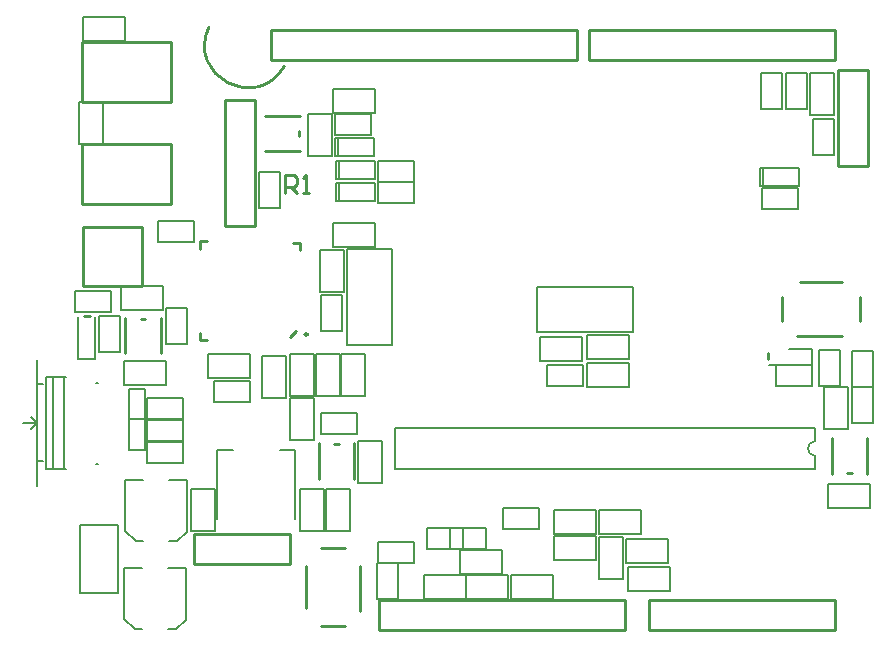
<source format=gto>
G04*
G04 #@! TF.GenerationSoftware,Altium Limited,Altium Designer,20.0.13 (296)*
G04*
G04 Layer_Color=65535*
%FSLAX44Y44*%
%MOMM*%
G71*
G01*
G75*
%ADD10C,0.2540*%
%ADD11C,0.2000*%
%ADD12C,0.2032*%
D10*
X119773Y523214D02*
G03*
X183577Y490000I32627J-15214D01*
G01*
X203530Y263170D02*
G03*
X203530Y263170I-1270J0D01*
G01*
X172720Y520700D02*
X431800D01*
X172720Y495300D02*
Y520700D01*
Y495300D02*
X431800D01*
Y520700D01*
X264160Y12700D02*
Y38100D01*
X472440D01*
Y12700D02*
Y38100D01*
X264160Y12700D02*
X472440D01*
X650240Y495300D02*
Y520700D01*
X441960Y495300D02*
X650240D01*
X441960D02*
Y520700D01*
X650240D01*
X492760Y12700D02*
X650240D01*
Y38100D01*
X492760D02*
X650240D01*
X492760Y12700D02*
Y38100D01*
X167000Y448000D02*
X182000D01*
X197000D01*
X167000Y418000D02*
X182000D01*
X197000D01*
X196000Y433000D02*
Y435000D01*
Y431000D02*
Y435000D01*
X677000Y160000D02*
Y175000D01*
Y145000D02*
Y160000D01*
X647000D02*
Y175000D01*
Y145000D02*
Y160000D01*
X662000Y146000D02*
X664000D01*
X660000D02*
X664000D01*
X213000Y141000D02*
Y156000D01*
Y171000D01*
X243000Y141000D02*
Y156000D01*
Y171000D01*
X226000Y170000D02*
X228000D01*
X226000D02*
X230000D01*
X49000Y247000D02*
Y262000D01*
Y277000D01*
X79000Y247000D02*
Y262000D01*
Y277000D01*
X62000Y276000D02*
X64000D01*
X62000D02*
X66000D01*
X197180Y334290D02*
Y338100D01*
Y340640D01*
X190830D02*
X197180D01*
X112090Y335560D02*
Y339370D01*
Y341910D01*
X118440D01*
X112090Y260630D02*
Y264440D01*
Y258090D02*
Y260630D01*
Y258090D02*
X118440D01*
X188290Y260630D02*
X193370Y265710D01*
X593000Y242000D02*
Y247000D01*
X14000Y279000D02*
X19000D01*
X12700Y373380D02*
Y424180D01*
X87630D01*
Y373380D02*
Y424180D01*
X12700Y373380D02*
X87630D01*
X12700Y459740D02*
Y510540D01*
X87630D01*
Y459740D02*
Y510540D01*
X12700Y459740D02*
X87630D01*
X12954Y354190D02*
X63500D01*
X12954Y304152D02*
Y354190D01*
Y304152D02*
X63500D01*
Y354190D01*
X133300Y461240D02*
X158700D01*
Y354560D02*
Y461240D01*
X133300Y354560D02*
X158700D01*
X133300D02*
Y461240D01*
X652300Y405360D02*
Y486640D01*
Y405360D02*
X677700D01*
Y486640D01*
X652300D02*
X677700D01*
X107360Y68300D02*
X188640D01*
Y93700D01*
X107360D02*
X188640D01*
X107360Y68300D02*
Y93700D01*
X671040Y273980D02*
Y294300D01*
X605000Y273980D02*
Y294300D01*
X617700Y261280D02*
X655800D01*
X620240Y307000D02*
X655800D01*
X214700Y82040D02*
X235020D01*
X214700Y16000D02*
X235020D01*
X247720Y28700D02*
Y66800D01*
X202000Y31240D02*
Y66800D01*
X183843Y382383D02*
Y397617D01*
X191461D01*
X194000Y395078D01*
Y390000D01*
X191461Y387461D01*
X183843D01*
X188922D02*
X194000Y382383D01*
X199078D02*
X204157D01*
X201618D01*
Y397617D01*
X199078Y395078D01*
D11*
X633350Y172800D02*
G03*
X633350Y160100I0J-6350D01*
G01*
X236950Y254360D02*
Y335640D01*
Y254360D02*
X275050D01*
Y335640D01*
X236950D02*
X275050D01*
X397360Y264950D02*
X478640D01*
Y303050D01*
X397360D02*
X478640D01*
X397360Y264950D02*
Y303050D01*
X11000Y44500D02*
Y101500D01*
Y44500D02*
X43000D01*
Y101500D01*
X11000D02*
X43000D01*
X594000Y237000D02*
X630000D01*
Y251000D01*
X611000D02*
X630000D01*
X9000Y242000D02*
Y278000D01*
Y242000D02*
X23000D01*
Y278000D01*
X229760Y394380D02*
X260240D01*
Y409620D01*
X229760D02*
X260240D01*
X229760Y394380D02*
Y409620D01*
X227220Y394380D02*
Y409620D01*
X229760Y376380D02*
X260240D01*
Y391620D01*
X229760D02*
X260240D01*
X229760Y376380D02*
Y391620D01*
X227220Y376380D02*
Y391620D01*
X228760Y414380D02*
X259240D01*
Y429620D01*
X228760D02*
X259240D01*
X228760Y414380D02*
Y429620D01*
X226220Y414380D02*
Y429620D01*
X588760Y388380D02*
X619240D01*
Y403620D01*
X588760D02*
X619240D01*
X588760Y388380D02*
Y403620D01*
X586220Y388380D02*
Y403620D01*
X162110Y369760D02*
X179890D01*
X162110D02*
Y400240D01*
X179890D01*
Y369760D02*
Y400240D01*
X262760Y392110D02*
X293240D01*
Y409890D01*
X262760D02*
X293240D01*
X262760Y392110D02*
Y409890D01*
Y374110D02*
Y391890D01*
X293240D01*
Y374110D02*
Y391890D01*
X262760Y374110D02*
X293240D01*
X123760Y206110D02*
X154240D01*
Y223890D01*
X123760D02*
X154240D01*
X123760Y206110D02*
Y223890D01*
X83110Y285240D02*
X100890D01*
Y254760D02*
Y285240D01*
X83110Y254760D02*
X100890D01*
X83110D02*
Y285240D01*
X76760Y358890D02*
X107240D01*
X76760Y341110D02*
Y358890D01*
Y341110D02*
X107240D01*
Y358890D01*
X97740Y154110D02*
Y171890D01*
X67260Y154110D02*
X97740D01*
X67260D02*
Y171890D01*
X97740D01*
X67760Y191110D02*
X98240D01*
Y208890D01*
X67760D02*
X98240D01*
X67760Y191110D02*
Y208890D01*
Y173110D02*
Y190890D01*
X98240D01*
Y173110D02*
Y190890D01*
X67760Y173110D02*
X98240D01*
X215110Y265760D02*
Y296240D01*
Y265760D02*
X232890D01*
Y296240D01*
X215110D02*
X232890D01*
X608110Y454260D02*
X625890D01*
X608110D02*
Y484740D01*
X625890D01*
Y454260D02*
Y484740D01*
X604890Y453760D02*
Y484240D01*
X587110D02*
X604890D01*
X587110Y453760D02*
Y484240D01*
Y453760D02*
X604890D01*
X631110Y414760D02*
X648890D01*
X631110D02*
Y445240D01*
X648890D01*
Y414760D02*
Y445240D01*
X323760Y98890D02*
X354240D01*
X323760Y81110D02*
Y98890D01*
Y81110D02*
X354240D01*
Y98890D01*
X335240Y81110D02*
Y98890D01*
X304760Y81110D02*
X335240D01*
X304760D02*
Y98890D01*
X335240D01*
X368760Y115890D02*
X399240D01*
X368760Y98110D02*
Y115890D01*
Y98110D02*
X399240D01*
Y115890D01*
X630240Y219110D02*
Y236890D01*
X599760Y219110D02*
X630240D01*
X599760D02*
Y236890D01*
X630240D01*
X405760Y219110D02*
X436240D01*
Y236890D01*
X405760D02*
X436240D01*
X405760Y219110D02*
Y236890D01*
X257240Y432110D02*
Y449890D01*
X226760Y432110D02*
X257240D01*
X226760D02*
Y449890D01*
X257240D01*
X587760Y386890D02*
X618240D01*
X587760Y369110D02*
Y386890D01*
Y369110D02*
X618240D01*
Y386890D01*
X664110Y218240D02*
X681890D01*
Y187760D02*
Y218240D01*
X664110Y187760D02*
X681890D01*
X664110D02*
Y218240D01*
X681890Y218760D02*
Y249240D01*
X664110D02*
X681890D01*
X664110Y218760D02*
Y249240D01*
Y218760D02*
X681890D01*
X262110Y38760D02*
X279890D01*
X262110D02*
Y69240D01*
X279890D01*
Y38760D02*
Y69240D01*
X6760Y282110D02*
X37240D01*
Y299890D01*
X6760D02*
X37240D01*
X6760Y282110D02*
Y299890D01*
X636110Y250240D02*
X653890D01*
Y219760D02*
Y250240D01*
X636110Y219760D02*
X653890D01*
X636110D02*
Y250240D01*
X262760Y69110D02*
X293240D01*
Y86890D01*
X262760D02*
X293240D01*
X262760Y69110D02*
Y86890D01*
X214760Y179110D02*
Y196890D01*
X245240D01*
Y179110D02*
Y196890D01*
X214760Y179110D02*
X245240D01*
X27110Y247760D02*
Y278240D01*
Y247760D02*
X44890D01*
Y278240D01*
X27110D02*
X44890D01*
X52000Y165000D02*
X66000D01*
X52000D02*
Y191000D01*
X66000D01*
Y165000D02*
Y191000D01*
X52000Y217000D02*
X66000D01*
Y191000D02*
Y217000D01*
X52000Y191000D02*
X66000D01*
X52000D02*
Y217000D01*
X633350Y172800D02*
Y183580D01*
Y149320D02*
Y160100D01*
X277750Y149320D02*
X633350D01*
X277750D02*
Y183580D01*
X633350D01*
X231160Y211220D02*
Y246780D01*
X215920D02*
X226080D01*
X210840Y211220D02*
Y246780D01*
Y211220D02*
X231160D01*
X226080Y246780D02*
X231160D01*
X210840D02*
X215920D01*
X209160Y211220D02*
Y246780D01*
X193920D02*
X204080D01*
X188840Y211220D02*
Y246780D01*
Y211220D02*
X209160D01*
X204080Y246780D02*
X209160D01*
X188840D02*
X193920D01*
X234160Y299220D02*
Y334780D01*
X218920D02*
X229080D01*
X213840Y299220D02*
Y334780D01*
Y299220D02*
X234160D01*
X229080Y334780D02*
X234160D01*
X213840D02*
X218920D01*
X185160Y209220D02*
Y244780D01*
X169920D02*
X180080D01*
X164840Y209220D02*
Y244780D01*
Y209220D02*
X185160D01*
X180080Y244780D02*
X185160D01*
X164840D02*
X169920D01*
X119220Y246160D02*
X154780D01*
X119220Y230920D02*
Y241080D01*
Y225840D02*
X154780D01*
Y246160D01*
X119220Y241080D02*
Y246160D01*
Y225840D02*
Y230920D01*
X9840Y424220D02*
Y459780D01*
X14920Y424220D02*
X25080D01*
X30160D02*
Y459780D01*
X9840D02*
X30160D01*
X9840Y424220D02*
X14920D01*
X25080D02*
X30160D01*
X252160Y211220D02*
Y246780D01*
X236920D02*
X247080D01*
X231840Y211220D02*
Y246780D01*
Y211220D02*
X252160D01*
X247080Y246780D02*
X252160D01*
X231840D02*
X236920D01*
X225220Y336840D02*
X260780D01*
Y341920D02*
Y352080D01*
X225220Y357160D02*
X260780D01*
X225220Y336840D02*
Y357160D01*
X260780Y336840D02*
Y341920D01*
Y352080D02*
Y357160D01*
X628840Y449220D02*
Y484780D01*
X633920Y449220D02*
X644080D01*
X649160D02*
Y484780D01*
X628840D02*
X649160D01*
X628840Y449220D02*
X633920D01*
X644080D02*
X649160D01*
X217160Y96220D02*
Y131780D01*
X201920D02*
X212080D01*
X196840Y96220D02*
Y131780D01*
Y96220D02*
X217160D01*
X212080Y131780D02*
X217160D01*
X196840D02*
X201920D01*
X125160Y96220D02*
Y131780D01*
X109920D02*
X120080D01*
X104840Y96220D02*
Y131780D01*
Y96220D02*
X125160D01*
X120080Y131780D02*
X125160D01*
X104840D02*
X109920D01*
X13220Y532160D02*
X48780D01*
X13220Y516920D02*
Y527080D01*
Y511840D02*
X48780D01*
Y532160D01*
X13220Y527080D02*
Y532160D01*
Y511840D02*
Y516920D01*
X224720Y471160D02*
X260280D01*
X224720Y455920D02*
Y466080D01*
Y450840D02*
X260280D01*
Y471160D01*
X224720Y466080D02*
Y471160D01*
Y450840D02*
Y455920D01*
X440220Y218840D02*
X475780D01*
Y223920D02*
Y234080D01*
X440220Y239160D02*
X475780D01*
X440220Y218840D02*
Y239160D01*
X475780Y218840D02*
Y223920D01*
Y234080D02*
Y239160D01*
X473220Y69840D02*
X508780D01*
Y74920D02*
Y85080D01*
X473220Y90160D02*
X508780D01*
X473220Y69840D02*
Y90160D01*
X508780Y69840D02*
Y74920D01*
Y85080D02*
Y90160D01*
X375220Y59160D02*
X410780D01*
X375220Y43920D02*
Y54080D01*
Y38840D02*
X410780D01*
Y59160D01*
X375220Y54080D02*
Y59160D01*
Y38840D02*
Y43920D01*
X301720Y59160D02*
X337280D01*
X301720Y43920D02*
Y54080D01*
Y38840D02*
X337280D01*
Y59160D01*
X301720Y54080D02*
Y59160D01*
Y38840D02*
Y43920D01*
X337720Y59160D02*
X373280D01*
X337720Y43920D02*
Y54080D01*
Y38840D02*
X373280D01*
Y59160D01*
X337720Y54080D02*
Y59160D01*
Y38840D02*
Y43920D01*
X332720Y80160D02*
X368280D01*
X332720Y64920D02*
Y75080D01*
Y59840D02*
X368280D01*
Y80160D01*
X332720Y75080D02*
Y80160D01*
Y59840D02*
Y64920D01*
X412220Y92160D02*
X447780D01*
X412220Y76920D02*
Y87080D01*
Y71840D02*
X447780D01*
Y92160D01*
X412220Y87080D02*
Y92160D01*
Y71840D02*
Y76920D01*
Y114160D02*
X447780D01*
X412220Y98920D02*
Y109080D01*
Y93840D02*
X447780D01*
Y114160D01*
X412220Y109080D02*
Y114160D01*
Y93840D02*
Y98920D01*
X449720Y114160D02*
X485280D01*
X449720Y98920D02*
Y109080D01*
Y93840D02*
X485280D01*
Y114160D01*
X449720Y109080D02*
Y114160D01*
Y93840D02*
Y98920D01*
X440220Y262160D02*
X475780D01*
X440220Y246920D02*
Y257080D01*
Y241840D02*
X475780D01*
Y262160D01*
X440220Y257080D02*
Y262160D01*
Y241840D02*
Y246920D01*
X400220Y240840D02*
X435780D01*
Y245920D02*
Y256080D01*
X400220Y261160D02*
X435780D01*
X400220Y240840D02*
Y261160D01*
X435780Y240840D02*
Y245920D01*
Y256080D02*
Y261160D01*
X224160Y414220D02*
Y449780D01*
X208920D02*
X219080D01*
X203840Y414220D02*
Y449780D01*
Y414220D02*
X224160D01*
X219080Y449780D02*
X224160D01*
X203840D02*
X208920D01*
X644220Y136160D02*
X679780D01*
X644220Y120920D02*
Y131080D01*
Y115840D02*
X679780D01*
Y136160D01*
X644220Y131080D02*
Y136160D01*
Y115840D02*
Y120920D01*
X266160Y137220D02*
Y172780D01*
X250920D02*
X261080D01*
X245840Y137220D02*
Y172780D01*
Y137220D02*
X266160D01*
X261080Y172780D02*
X266160D01*
X245840D02*
X250920D01*
X45220Y304160D02*
X80780D01*
X45220Y288920D02*
Y299080D01*
Y283840D02*
X80780D01*
Y304160D01*
X45220Y299080D02*
Y304160D01*
Y283840D02*
Y288920D01*
X661160Y183220D02*
Y218780D01*
X645920D02*
X656080D01*
X640840Y183220D02*
Y218780D01*
Y183220D02*
X661160D01*
X656080Y218780D02*
X661160D01*
X640840D02*
X645920D01*
X239160Y96220D02*
Y131780D01*
X223920D02*
X234080D01*
X218840Y96220D02*
Y131780D01*
Y96220D02*
X239160D01*
X234080Y131780D02*
X239160D01*
X218840D02*
X223920D01*
X48220Y240160D02*
X83780D01*
X48220Y224920D02*
Y235080D01*
Y219840D02*
X83780D01*
Y240160D01*
X48220Y235080D02*
Y240160D01*
Y219840D02*
Y224920D01*
X209160Y173220D02*
Y208780D01*
X193920D02*
X204080D01*
X188840Y173220D02*
Y208780D01*
Y173220D02*
X209160D01*
X204080Y208780D02*
X209160D01*
X188840D02*
X193920D01*
X474220Y45840D02*
X509780D01*
Y50920D02*
Y61080D01*
X474220Y66160D02*
X509780D01*
X474220Y45840D02*
Y66160D01*
X509780Y45840D02*
Y50920D01*
Y61080D02*
Y66160D01*
X470160Y56220D02*
Y91780D01*
X454920D02*
X465080D01*
X449840Y56220D02*
Y91780D01*
Y56220D02*
X470160D01*
X465080Y91780D02*
X470160D01*
X449840D02*
X454920D01*
D12*
X85000Y13500D02*
X92000D01*
X100000Y21500D01*
Y39500D01*
X85000Y65500D02*
X100000D01*
Y39500D02*
Y65500D01*
X48000D02*
X63000D01*
X48000Y39500D02*
Y65500D01*
X57000Y13500D02*
X63000D01*
X48000Y22500D02*
X57000Y13500D01*
X48000Y22500D02*
Y39500D01*
X86000Y88000D02*
X93000D01*
X101000Y96000D01*
Y114000D01*
X86000Y140000D02*
X101000D01*
Y114000D02*
Y140000D01*
X49000D02*
X64000D01*
X49000Y114000D02*
Y140000D01*
X58000Y88000D02*
X64000D01*
X49000Y97000D02*
X58000Y88000D01*
X49000Y97000D02*
Y114000D01*
X24000Y222000D02*
X26000D01*
X24000Y153000D02*
X26000D01*
X-18000Y227000D02*
X-1000D01*
X-18000Y149000D02*
Y227000D01*
Y149000D02*
X-1000D01*
X-12000Y188000D02*
Y227000D01*
Y149000D02*
Y227000D01*
X-3000Y221000D02*
Y226000D01*
Y149000D02*
Y226000D01*
X-26000Y135000D02*
Y241000D01*
Y156000D02*
X-21000D01*
X-26000Y221000D02*
X-21000D01*
X-38000Y188000D02*
X-26000D01*
Y189000D01*
X-26000Y188000D02*
X-26000D01*
X-26500Y188500D02*
X-26000D01*
X-31000Y193000D02*
X-26500Y188500D01*
Y187500D02*
Y188500D01*
X-31000Y183000D02*
X-26500Y187500D01*
X227220Y409620D02*
X229760D01*
X227220Y394380D02*
X229760D01*
X227220Y391620D02*
X229760D01*
X227220Y376380D02*
X229760D01*
X226220Y429620D02*
X228760D01*
X226220Y414380D02*
X228760D01*
X586220Y403620D02*
X588760D01*
X586220Y388380D02*
X588760D01*
X180000Y165000D02*
X193000D01*
Y107000D02*
Y165000D01*
X127000D02*
X140000D01*
X127000Y107000D02*
Y165000D01*
M02*

</source>
